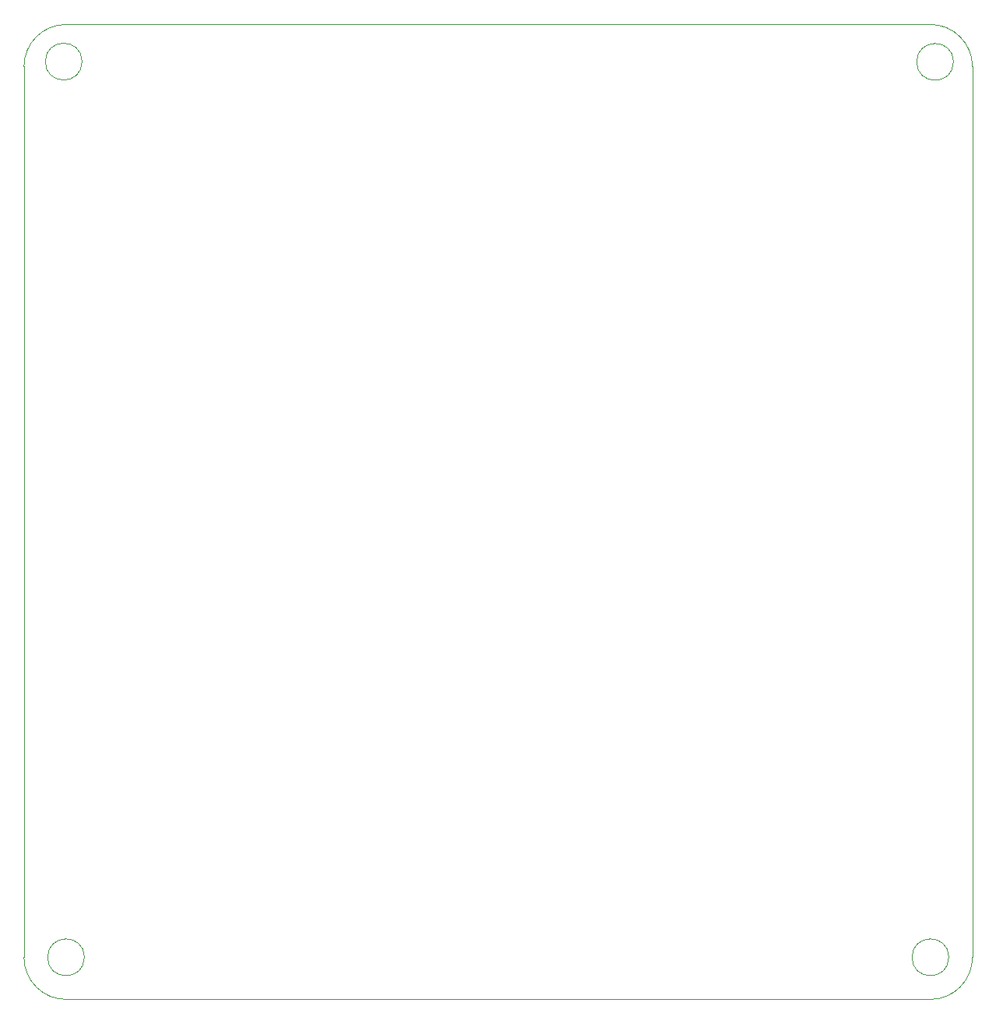
<source format=gbr>
%TF.GenerationSoftware,KiCad,Pcbnew,8.0.3*%
%TF.CreationDate,2024-07-13T21:58:22+05:30*%
%TF.ProjectId,Interpose_1,496e7465-7270-46f7-9365-5f312e6b6963,rev?*%
%TF.SameCoordinates,Original*%
%TF.FileFunction,Profile,NP*%
%FSLAX46Y46*%
G04 Gerber Fmt 4.6, Leading zero omitted, Abs format (unit mm)*
G04 Created by KiCad (PCBNEW 8.0.3) date 2024-07-13 21:58:22*
%MOMM*%
%LPD*%
G01*
G04 APERTURE LIST*
%TA.AperFunction,Profile*%
%ADD10C,0.050000*%
%TD*%
G04 APERTURE END LIST*
D10*
X159512000Y-132334000D02*
G75*
G02*
X154940000Y-136906000I-4572000J0D01*
G01*
X60960000Y-136906000D02*
X154940000Y-136906000D01*
X159512000Y-35560000D02*
X159512000Y-132334000D01*
X154940000Y-30988000D02*
G75*
G02*
X159512000Y-35560000I-1J-4572001D01*
G01*
X60960000Y-136906000D02*
G75*
G02*
X56388000Y-132334000I1J4572001D01*
G01*
X56388000Y-35560000D02*
X56388000Y-132334000D01*
X60960000Y-30988000D02*
X154940000Y-30988000D01*
X156940000Y-132334000D02*
G75*
G02*
X152940000Y-132334000I-2000000J0D01*
G01*
X152940000Y-132334000D02*
G75*
G02*
X156940000Y-132334000I2000000J0D01*
G01*
X62960001Y-132333999D02*
G75*
G02*
X58960001Y-132333999I-2000000J0D01*
G01*
X58960001Y-132333999D02*
G75*
G02*
X62960001Y-132333999I2000000J0D01*
G01*
X62706000Y-35020000D02*
G75*
G02*
X58706000Y-35020000I-2000000J0D01*
G01*
X58706000Y-35020000D02*
G75*
G02*
X62706000Y-35020000I2000000J0D01*
G01*
X157448000Y-35052000D02*
G75*
G02*
X153448000Y-35052000I-2000000J0D01*
G01*
X153448000Y-35052000D02*
G75*
G02*
X157448000Y-35052000I2000000J0D01*
G01*
X56388000Y-35560000D02*
G75*
G02*
X60960000Y-30988000I4572000J0D01*
G01*
M02*

</source>
